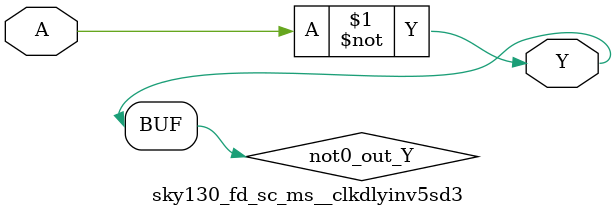
<source format=v>
/*
 * Copyright 2020 The SkyWater PDK Authors
 *
 * Licensed under the Apache License, Version 2.0 (the "License");
 * you may not use this file except in compliance with the License.
 * You may obtain a copy of the License at
 *
 *     https://www.apache.org/licenses/LICENSE-2.0
 *
 * Unless required by applicable law or agreed to in writing, software
 * distributed under the License is distributed on an "AS IS" BASIS,
 * WITHOUT WARRANTIES OR CONDITIONS OF ANY KIND, either express or implied.
 * See the License for the specific language governing permissions and
 * limitations under the License.
 *
 * SPDX-License-Identifier: Apache-2.0
*/


`ifndef SKY130_FD_SC_MS__CLKDLYINV5SD3_FUNCTIONAL_V
`define SKY130_FD_SC_MS__CLKDLYINV5SD3_FUNCTIONAL_V

/**
 * clkdlyinv5sd3: Clock Delay Inverter 5-stage 0.50um length inner
 *                stage gate.
 *
 * Verilog simulation functional model.
 */

`timescale 1ns / 1ps
`default_nettype none

`celldefine
module sky130_fd_sc_ms__clkdlyinv5sd3 (
    Y,
    A
);

    // Module ports
    output Y;
    input  A;

    // Local signals
    wire not0_out_Y;

    //  Name  Output      Other arguments
    not not0 (not0_out_Y, A              );
    buf buf0 (Y         , not0_out_Y     );

endmodule
`endcelldefine

`default_nettype wire
`endif  // SKY130_FD_SC_MS__CLKDLYINV5SD3_FUNCTIONAL_V

</source>
